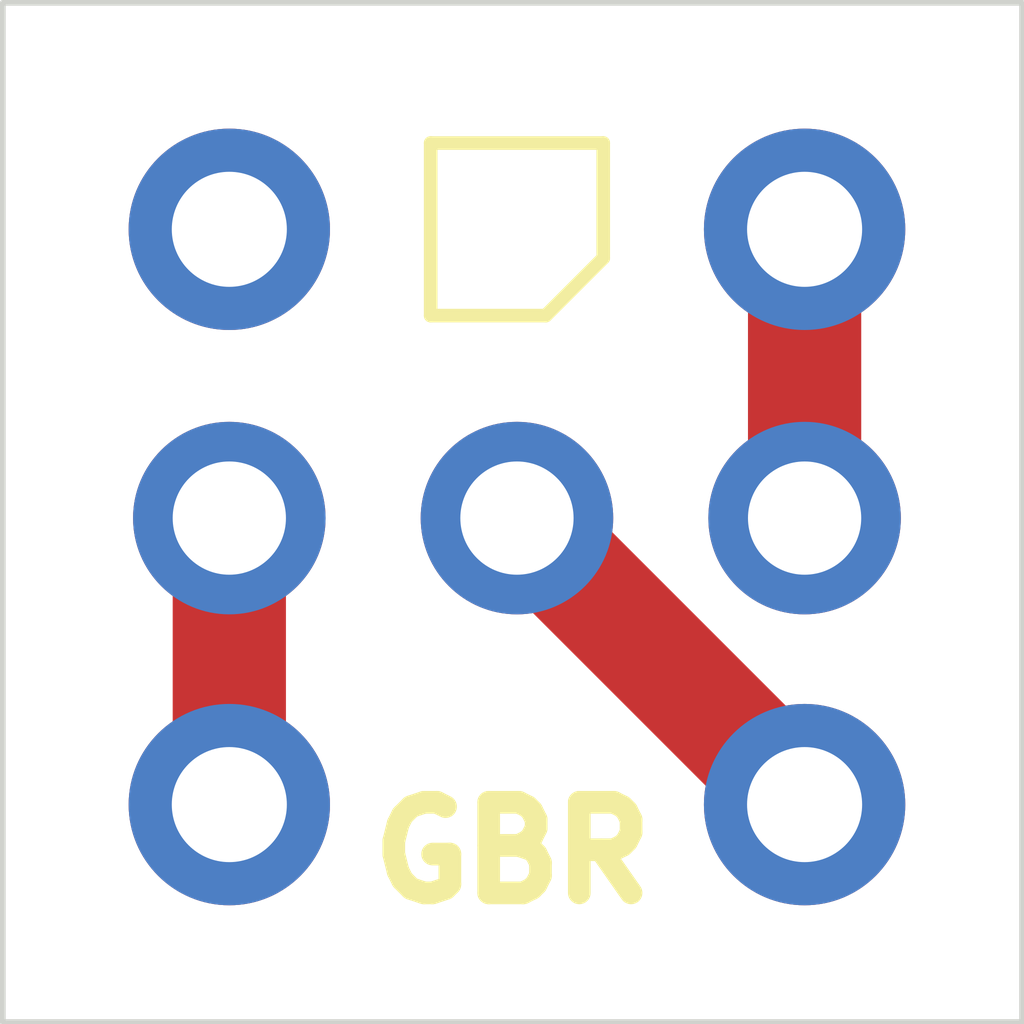
<source format=kicad_pcb>
(kicad_pcb (version 20171130) (host pcbnew "(5.1.9)-1")

  (general
    (thickness 1.6)
    (drawings 5)
    (tracks 4)
    (zones 0)
    (modules 2)
    (nets 5)
  )

  (page A4)
  (layers
    (0 F.Cu signal)
    (31 B.Cu signal)
    (32 B.Adhes user)
    (33 F.Adhes user)
    (34 B.Paste user)
    (35 F.Paste user)
    (36 B.SilkS user)
    (37 F.SilkS user)
    (38 B.Mask user)
    (39 F.Mask user)
    (40 Dwgs.User user)
    (41 Cmts.User user)
    (42 Eco1.User user)
    (43 Eco2.User user)
    (44 Edge.Cuts user)
    (45 Margin user)
    (46 B.CrtYd user)
    (47 F.CrtYd user)
    (48 B.Fab user)
    (49 F.Fab user)
  )

  (setup
    (last_trace_width 0.25)
    (user_trace_width 1)
    (trace_clearance 0.2)
    (zone_clearance 0.508)
    (zone_45_only no)
    (trace_min 0.2)
    (via_size 0.8)
    (via_drill 0.4)
    (via_min_size 0.4)
    (via_min_drill 0.3)
    (uvia_size 0.3)
    (uvia_drill 0.1)
    (uvias_allowed no)
    (uvia_min_size 0.2)
    (uvia_min_drill 0.1)
    (edge_width 0.05)
    (segment_width 0.2)
    (pcb_text_width 0.3)
    (pcb_text_size 1.5 1.5)
    (mod_edge_width 0.12)
    (mod_text_size 1 1)
    (mod_text_width 0.15)
    (pad_size 1.524 1.524)
    (pad_drill 0.762)
    (pad_to_mask_clearance 0)
    (aux_axis_origin 0 0)
    (visible_elements 7FFFFF7F)
    (pcbplotparams
      (layerselection 0x010fc_ffffffff)
      (usegerberextensions false)
      (usegerberattributes true)
      (usegerberadvancedattributes true)
      (creategerberjobfile true)
      (excludeedgelayer true)
      (linewidth 0.100000)
      (plotframeref false)
      (viasonmask false)
      (mode 1)
      (useauxorigin false)
      (hpglpennumber 1)
      (hpglpenspeed 20)
      (hpglpendiameter 15.000000)
      (psnegative false)
      (psa4output false)
      (plotreference true)
      (plotvalue true)
      (plotinvisibletext false)
      (padsonsilk false)
      (subtractmaskfromsilk false)
      (outputformat 1)
      (mirror false)
      (drillshape 1)
      (scaleselection 1)
      (outputdirectory ""))
  )

  (net 0 "")
  (net 1 "Net-(D1-Pad2)")
  (net 2 "Net-(D1-Pad1)")
  (net 3 "Net-(D1-Pad4)")
  (net 4 "Net-(D1-Pad3)")

  (net_class Default "This is the default net class."
    (clearance 0.2)
    (trace_width 0.25)
    (via_dia 0.8)
    (via_drill 0.4)
    (uvia_dia 0.3)
    (uvia_drill 0.1)
    (add_net "Net-(D1-Pad1)")
    (add_net "Net-(D1-Pad2)")
    (add_net "Net-(D1-Pad3)")
    (add_net "Net-(D1-Pad4)")
  )

  (module lib_fp:PinHeader_1x03_P2.54mm_Vertical_TGD (layer F.Cu) (tedit 6121B397) (tstamp 6121B29D)
    (at 100 77.55 90)
    (descr "Through hole straight pin header, 1x03, 2.54mm pitch, single row")
    (tags "Through hole pin header THT 1x03 2.54mm single row")
    (path /61332AF6)
    (fp_text reference J1 (at 0 -2.032 90) (layer F.SilkS) hide
      (effects (font (size 1 1) (thickness 0.15)))
    )
    (fp_text value Conn_01x03 (at 0 7.112 90) (layer F.Fab) hide
      (effects (font (size 1 1) (thickness 0.15)))
    )
    (fp_text user %R (at 0 2.54 180) (layer F.Fab)
      (effects (font (size 1 1) (thickness 0.15)))
    )
    (pad 1 thru_hole circle (at 0 0 90) (size 1.7 1.7) (drill 1) (layers *.Cu *.Mask)
      (net 1 "Net-(D1-Pad2)"))
    (pad 2 thru_hole oval (at 0 2.54 90) (size 1.7 1.7) (drill 1) (layers *.Cu *.Mask)
      (net 4 "Net-(D1-Pad3)"))
    (pad 3 thru_hole oval (at 0 5.08 90) (size 1.7 1.7) (drill 1) (layers *.Cu *.Mask)
      (net 3 "Net-(D1-Pad4)"))
    (model ${KISYS3DMOD}/Connector_PinHeader_2.54mm.3dshapes/PinHeader_1x03_P2.54mm_Vertical.wrl
      (at (xyz 0 0 0))
      (scale (xyz 1 1 1))
      (rotate (xyz 0 0 0))
    )
  )

  (module lib_fp:R50RB2-F-0160 (layer F.Cu) (tedit 6121B333) (tstamp 6121AE1B)
    (at 100 75)
    (path /61327EEF)
    (fp_text reference D1 (at 2.54 -1.778) (layer F.SilkS) hide
      (effects (font (size 1 1) (thickness 0.15)))
    )
    (fp_text value R50RB2-F-0160 (at 2.54 6.858) (layer F.Fab) hide
      (effects (font (size 1 1) (thickness 0.15)))
    )
    (fp_line (start 2.794 0.762) (end 1.778 0.762) (layer F.SilkS) (width 0.12))
    (fp_line (start 2.794 0.762) (end 3.302 0.254) (layer F.SilkS) (width 0.12))
    (fp_line (start 1.778 0.762) (end 1.778 -0.762) (layer F.SilkS) (width 0.12))
    (fp_line (start 3.302 -0.762) (end 3.302 0.254) (layer F.SilkS) (width 0.12))
    (fp_line (start 1.778 -0.762) (end 3.302 -0.762) (layer F.SilkS) (width 0.12))
    (pad 3 thru_hole circle (at 5.08 5.08) (size 1.778 1.778) (drill 1.016) (layers *.Cu *.Mask)
      (net 4 "Net-(D1-Pad3)"))
    (pad 4 thru_hole circle (at 5.08 0) (size 1.778 1.778) (drill 1.016) (layers *.Cu *.Mask)
      (net 3 "Net-(D1-Pad4)"))
    (pad 1 thru_hole circle (at 0 0) (size 1.778 1.778) (drill 1.016) (layers *.Cu *.Mask)
      (net 2 "Net-(D1-Pad1)"))
    (pad 2 thru_hole circle (at 0 5.08) (size 1.778 1.778) (drill 1.016) (layers *.Cu *.Mask)
      (net 1 "Net-(D1-Pad2)"))
  )

  (gr_text GBR (at 102.5 80.5) (layer F.SilkS)
    (effects (font (size 0.8 0.8) (thickness 0.2)))
  )
  (gr_line (start 98 82) (end 98 73) (layer Edge.Cuts) (width 0.05) (tstamp 6121B5C1))
  (gr_line (start 107 82) (end 98 82) (layer Edge.Cuts) (width 0.05))
  (gr_line (start 107 73) (end 107 82) (layer Edge.Cuts) (width 0.05))
  (gr_line (start 98 73) (end 107 73) (layer Edge.Cuts) (width 0.05))

  (segment (start 100 80.08) (end 100 77.55) (width 1) (layer F.Cu) (net 1))
  (segment (start 105.08 77.55) (end 105.08 75) (width 1) (layer F.Cu) (net 3))
  (segment (start 102.55 77.55) (end 105.08 80.08) (width 1) (layer F.Cu) (net 4))
  (segment (start 102.54 77.55) (end 102.55 77.55) (width 1) (layer F.Cu) (net 4))

)

</source>
